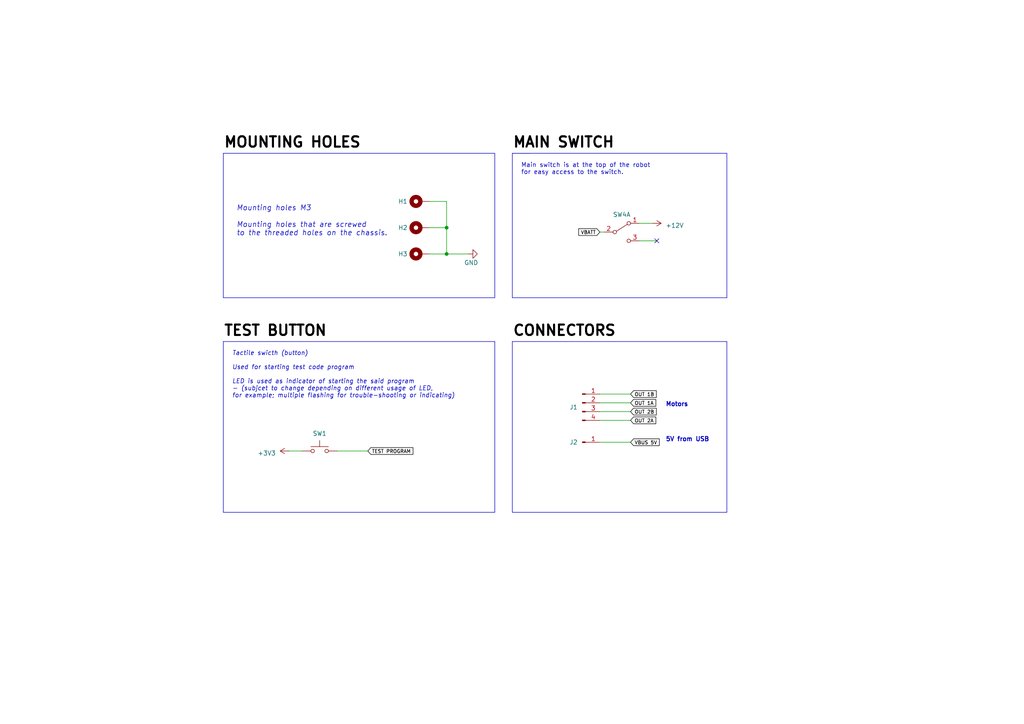
<source format=kicad_sch>
(kicad_sch (version 20230121) (generator eeschema)
  (paper "A4")
  (title_block (title "SUMEC SMD") (company "SPŠ NA PROSEKU"))
  (lib_symbols
    (symbol "Connector:Conn_01x01_Pin" (pin_names (offset 1.016) hide)
      (property "Reference" "J" (at 0 2.54 0))
      (property "Value" "Conn_01x01_Pin" (at 0 -2.54 0))
      (symbol "Conn_01x01_Pin_1_1"
        (polyline (pts (xy 1.27 0) (xy 0.8636 0)) (stroke (width 0.1524)))
        (rectangle (start 0.8636 0.127) (end 0 -0.127) (stroke (width 0.1524)) (fill (type outline)))
        (pin passive line (at 5.08 0 180) (length 3.81) (name "Pin_1") (number "1"))
      )
    )
    (symbol "Connector:Conn_01x04_Pin" (pin_names (offset 1.016) hide)
      (property "Reference" "J" (at 0 5.08 0))
      (property "Value" "Conn_01x04_Pin" (at 0 -7.62 0))
      (symbol "Conn_01x04_Pin_1_1"
        (polyline (pts (xy 1.27 -5.08) (xy 0.8636 -5.08)) (stroke (width 0.1524)))
        (polyline (pts (xy 1.27 -2.54) (xy 0.8636 -2.54)) (stroke (width 0.1524)))
        (polyline (pts (xy 1.27 0) (xy 0.8636 0)) (stroke (width 0.1524)))
        (polyline (pts (xy 1.27 2.54) (xy 0.8636 2.54)) (stroke (width 0.1524)))
        (rectangle (start 0.8636 -4.953) (end 0 -5.207) (stroke (width 0.1524)) (fill (type outline)))
        (rectangle (start 0.8636 -2.413) (end 0 -2.667) (stroke (width 0.1524)) (fill (type outline)))
        (rectangle (start 0.8636 0.127) (end 0 -0.127) (stroke (width 0.1524)) (fill (type outline)))
        (rectangle (start 0.8636 2.667) (end 0 2.413) (stroke (width 0.1524)) (fill (type outline)))
        (pin passive line (at 5.08 2.54 180) (length 3.81) (name "Pin_1") (number "1"))
        (pin passive line (at 5.08 0 180) (length 3.81) (name "Pin_2") (number "2"))
        (pin passive line (at 5.08 -2.54 180) (length 3.81) (name "Pin_3") (number "3"))
        (pin passive line (at 5.08 -5.08 180) (length 3.81) (name "Pin_4") (number "4"))
      )
    )
    (symbol "Mechanical:MountingHole_Pad" (pin_numbers hide) (pin_names (offset 1.016) hide)
      (property "Reference" "H" (at 0 6.35 0))
      (property "Value" "MountingHole_Pad" (at 0 4.445 0))
      (symbol "MountingHole_Pad_0_1"
        (circle (center 0 1.27) (radius 1.27) (stroke (width 1.27)))
      )
      (symbol "MountingHole_Pad_1_1"
        (pin input line (at 0 -2.54 90) (length 2.54) (name "1") (number "1"))
      )
    )
    (symbol "Switch:SW_DPDT_x2" (pin_names (offset 0) hide)
      (property "Reference" "SW" (at 0 4.318 0))
      (property "Value" "SW_DPDT_x2" (at 0 -5.08 0))
      (symbol "SW_DPDT_x2_0_0"
        (circle (center -2.032 0) (radius 0.508))
        (circle (center 2.032 -2.54) (radius 0.508))
      )
      (symbol "SW_DPDT_x2_0_1"
        (polyline (pts (xy -1.524 0.254) (xy 1.651 2.286)))
        (circle (center 2.032 2.54) (radius 0.508))
      )
      (symbol "SW_DPDT_x2_1_1"
        (pin passive line (at 5.08 2.54 180) (length 2.54) (name "A") (number "1"))
        (pin passive line (at -5.08 0 0) (length 2.54) (name "B") (number "2"))
        (pin passive line (at 5.08 -2.54 180) (length 2.54) (name "C") (number "3"))
      )
      (symbol "SW_DPDT_x2_2_1"
        (pin passive line (at 5.08 2.54 180) (length 2.54) (name "A") (number "4"))
        (pin passive line (at -5.08 0 0) (length 2.54) (name "B") (number "5"))
        (pin passive line (at 5.08 -2.54 180) (length 2.54) (name "C") (number "6"))
      )
    )
    (symbol "Switch:SW_Push" (pin_numbers hide) (pin_names (offset 1.016) hide)
      (property "Reference" "SW" (at 1.27 2.54 0))
      (property "Value" "SW_Push" (at 0 -1.524 0))
      (symbol "SW_Push_0_1"
        (circle (center -2.032 0) (radius 0.508))
        (polyline (pts (xy 0 1.27) (xy 0 3.048)))
        (polyline (pts (xy 2.54 1.27) (xy -2.54 1.27)))
        (circle (center 2.032 0) (radius 0.508))
        (pin passive line (at -5.08 0 0) (length 2.54) (name "1") (number "1"))
        (pin passive line (at 5.08 0 180) (length 2.54) (name "2") (number "2"))
      )
    )
    (symbol "power:+12V" (power) (pin_names (offset 0))
      (property "Value" "+12V" (at 0 3.556 0))
      (symbol "+12V_0_1"
        (polyline (pts (xy -0.762 1.27) (xy 0 2.54)))
        (polyline (pts (xy 0 0) (xy 0 2.54)))
        (polyline (pts (xy 0 2.54) (xy 0.762 1.27)))
      )
      (symbol "+12V_1_1"
        (pin power_in line (at 0 0 90) (length 0) hide (name "+12V") (number "1"))
      )
    )
    (symbol "power:+3V3" (power) (pin_names (offset 0))
      (property "Value" "+3V3" (at 0 3.556 0))
      (symbol "+3V3_0_1"
        (polyline (pts (xy -0.762 1.27) (xy 0 2.54)))
        (polyline (pts (xy 0 0) (xy 0 2.54)))
        (polyline (pts (xy 0 2.54) (xy 0.762 1.27)))
      )
      (symbol "+3V3_1_1"
        (pin power_in line (at 0 0 90) (length 0) hide (name "+3V3") (number "1"))
      )
    )
    (symbol "power:GND" (power) (pin_names (offset 0))
      (property "Value" "GND" (at 0 -3.81 0))
      (symbol "GND_0_1"
        (polyline (pts (xy 0 0) (xy 0 -1.27) (xy 1.27 -1.27) (xy 0 -2.54) (xy -1.27 -1.27) (xy 0 -1.27)))
      )
      (symbol "GND_1_1"
        (pin power_in line (at 0 0 270) (length 0) hide (name "GND") (number "1"))
      )
    )
  )
  (junction (at 129.54 73.66))
  (junction (at 129.54 66.04))
  (no_connect (at 190.5 69.85))
  (wire (pts (xy 173.99 119.38) (xy 182.88 119.38)))
  (wire (pts (xy 189.23 64.77) (xy 185.42 64.77)))
  (wire (pts (xy 173.99 114.3) (xy 182.88 114.3)))
  (polyline (pts (xy 64.77 99.06) (xy 143.51 99.06)))
  (wire (pts (xy 124.46 58.42) (xy 129.54 58.42)))
  (wire (pts (xy 173.99 116.84) (xy 182.88 116.84)))
  (polyline (pts (xy 210.82 86.36) (xy 148.59 86.36)))
  (polyline (pts (xy 148.59 148.59) (xy 148.59 99.06)))
  (polyline (pts (xy 143.51 44.45) (xy 143.51 86.36)))
  (polyline (pts (xy 148.59 86.36) (xy 148.59 44.45)))
  (polyline (pts (xy 64.77 86.36) (xy 64.77 44.45)))
  (wire (pts (xy 135.89 73.66) (xy 129.54 73.66)))
  (wire (pts (xy 83.82 130.81) (xy 87.63 130.81)))
  (wire (pts (xy 129.54 66.04) (xy 129.54 73.66)))
  (polyline (pts (xy 153.67 44.45) (xy 148.59 44.45)))
  (wire (pts (xy 97.79 130.81) (xy 106.68 130.81)))
  (wire (pts (xy 173.99 121.92) (xy 182.88 121.92)))
  (polyline (pts (xy 148.59 99.06) (xy 210.82 99.06)))
  (wire (pts (xy 173.99 67.31) (xy 175.26 67.31)))
  (polyline (pts (xy 148.59 44.45) (xy 153.67 44.45)))
  (wire (pts (xy 129.54 73.66) (xy 124.46 73.66)))
  (polyline (pts (xy 64.77 44.45) (xy 143.51 44.45)))
  (wire (pts (xy 182.88 128.27) (xy 173.99 128.27)))
  (polyline (pts (xy 210.82 99.06) (xy 210.82 148.59)))
  (polyline (pts (xy 210.82 44.45) (xy 210.82 86.36)))
  (polyline (pts (xy 143.51 99.06) (xy 143.51 148.59)))
  (wire (pts (xy 124.46 66.04) (xy 129.54 66.04)))
  (polyline (pts (xy 64.77 148.59) (xy 143.51 148.59)))
  (wire (pts (xy 129.54 58.42) (xy 129.54 66.04)))
  (wire (pts (xy 190.5 69.85) (xy 185.42 69.85)))
  (polyline (pts (xy 64.77 86.36) (xy 143.51 86.36)))
  (polyline (pts (xy 151.13 44.45) (xy 210.82 44.45)))
  (polyline (pts (xy 210.82 148.59) (xy 148.59 148.59)))
  (polyline (pts (xy 64.77 148.59) (xy 64.77 99.06)))
  (text "MOUNTING HOLES" (at 64.77 43.18 0) (effects (font (size 3 3) bold) (justify left bottom)))
  (text "Mounting holes M3 \n\nMounting holes that are screwed \nto the threaded holes on the chassis.\n" (at 68.58 68.58 0) (effects (font (size 1.5 1.5) italic) (justify left bottom)))
  (text "MAIN SWITCH" (at 148.59 43.18 0) (effects (font (size 3 3) bold) (justify left bottom)))
  (text "Motors " (at 193.04 118.11 0) (effects (font (size 1.27 1.27) (thickness 0.254) bold) (justify left bottom)))
  (text "TEST BUTTON" (at 64.77 97.79 0) (effects (font (size 3 3) bold) (justify left bottom)))
  (text "Main switch is at the top of the robot \nfor easy access to the switch." (at 151.13 50.8 0) (effects (font (size 1.27 1.27)) (justify left bottom)))
  (text "5V from USB" (at 193.04 128.27 0) (effects (font (size 1.27 1.27) (thickness 0.254) bold) (justify left bottom)))
  (text "CONNECTORS" (at 148.59 97.79 0) (effects (font (size 3 3) bold) (justify left bottom)))
  (text "Tactile swicth (button)\n\nUsed for starting test code program\n\nLED is used as indicator of starting the said program \n- (subjcet to change depending on different usage of LED, \nfor example; multiple flashing for trouble-shooting or indicating)" (at 67.31 115.57 0) (effects (font (size 1.27 1.27) italic) (justify left bottom)))
  (global_label "OUT 2A" (shape input) (at 182.88 121.92 0) (effects (font (size 1 1))) (property "Intersheetrefs" "${INTERSHEET_REFS}" (effects hide)))
  (global_label "OUT 1B" (shape input) (at 182.88 114.3 0) (effects (font (size 1 1))) (property "Intersheetrefs" "${INTERSHEET_REFS}" (effects hide)))
  (global_label "OUT 2B" (shape input) (at 182.88 119.38 0) (effects (font (size 1 1))) (property "Intersheetrefs" "${INTERSHEET_REFS}" (effects hide)))
  (global_label "VBUS 5V" (shape input) (at 182.88 128.27 0) (effects (font (size 1 1))) (property "Intersheetrefs" "${INTERSHEET_REFS}" (effects hide)))
  (global_label "OUT 1A" (shape input) (at 182.88 116.84 0) (effects (font (size 1 1))) (property "Intersheetrefs" "${INTERSHEET_REFS}" (effects hide)))
  (global_label "VBATT" (shape input) (at 173.99 67.31 180) (effects (font (size 1 1))) (property "Intersheetrefs" "${INTERSHEET_REFS}" (effects hide)))
  (global_label "TEST PROGRAM" (shape input) (at 106.68 130.81 0) (effects (font (size 1 1))) (property "Intersheetrefs" "${INTERSHEET_REFS}" (effects hide)))
  (symbol (lib_id "power:GND") (at 135.89 73.66 90) (unit 1)
    (property "Reference" "#PWR026" (effects hide))
    (property "Value" "GND" (at 134.62 76.2 90) (effects (justify right)))
  )
  (symbol (lib_id "Switch:SW_Push") (at 92.71 130.81 0) (unit 1)
    (property "Reference" "SW1" (at 92.71 125.73 0))
    (property "Value" "SW_Push" (effects hide))
    (property "Footprint" "Button_Switch_SMD:SW_SPST_B3U-1000P" (effects hide))
  )
  (symbol (lib_id "power:+12V") (at 189.23 64.77 270) (unit 1)
    (property "Reference" "#PWR06" (effects hide))
    (property "Value" "+12V" (at 193.04 65.405 90) (effects (justify left)))
  )
  (symbol (lib_id "Connector:Conn_01x04_Pin") (at 168.91 116.84 0) (unit 1)
    (property "Reference" "J1" (at 166.37 118.11 0))
    (property "Value" "Conn_01x04_Pin" (effects hide))
    (property "Footprint" "Connector_JST:JST_XH_B4B-XH-A_1x04_P2.50mm_Vertical" (effects hide))
  )
  (symbol (lib_id "power:+3V3") (at 83.82 130.81 90) (unit 1)
    (property "Reference" "#PWR01" (effects hide))
    (property "Value" "+3V3" (at 80.01 131.445 90) (effects (justify left)))
  )
  (symbol (lib_id "Switch:SW_DPDT_x2") (at 180.34 67.31 0) (unit 1)
    (property "Reference" "SW4" (at 180.34 62.23 0))
    (property "Value" "SW_DPDT_x2" (effects hide))
    (property "Footprint" "sumec-smdV2_library:Custom_SPDT_4.8mm_Switch" (effects hide))
  )
  (symbol (lib_id "Connector:Conn_01x01_Pin") (at 168.91 128.27 0) (unit 1)
    (property "Reference" "J2" (at 166.37 128.27 0))
    (property "Value" "Conn_01x01_Pin" (effects hide))
    (property "Footprint" "Connector_Wire:SolderWire-0.1sqmm_1x01_D0.4mm_OD1mm" (effects hide))
  )
  (symbol (lib_id "Mechanical:MountingHole_Pad") (at 121.92 58.42 90) (unit 1)
    (property "Reference" "H1" (at 116.84 58.42 90))
    (property "Value" "MountingHole_Pad" (effects hide))
    (property "Footprint" "MountingHole:MountingHole_3.2mm_M3_Pad" (effects hide))
  )
  (symbol (lib_id "Mechanical:MountingHole_Pad") (at 121.92 66.04 90) (unit 1)
    (property "Reference" "H2" (at 116.84 66.04 90))
    (property "Value" "MountingHole_Pad" (effects hide))
    (property "Footprint" "MountingHole:MountingHole_3.2mm_M3_Pad" (effects hide))
  )
  (symbol (lib_id "Mechanical:MountingHole_Pad") (at 121.92 73.66 90) (unit 1)
    (property "Reference" "H3" (at 116.84 73.66 90))
    (property "Value" "MountingHole_Pad" (effects hide))
    (property "Footprint" "MountingHole:MountingHole_3.2mm_M3_Pad" (effects hide))
  )
)
</source>
